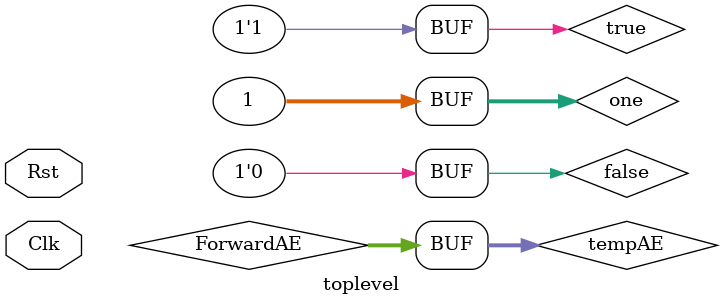
<source format=v>
`timescale 1ns / 1ps



module toplevel#(parameter DW = 32)(input Clk, Rst);


reg [31:0] one = 32'h1;
reg true = 1'b1;
reg false = 1'b0;
wire [DW-1:0]   PCNext, 
                PCF, 
                PCPlus1F, PCPlus1D, 
                InstrF, InstrD, 
                SignImmD, SignImmE,
                PCBranchD,
                M2Out, M3Out, 
                
                WriteDataE, WriteDataM, 
                ALUOutM, ALUOutE, ALUOutW,
                R1DOut, R2DOut,  
                ResultW,
                SrcAE, SrcBE,
                DMReadOut,
                ReadDataW, 
                RFRD1Out, RFRD2Out;
                
wire [4:0] WriteRegE, WriteRegM, WriteRegW, RsE, RtE, RdE,  RsD, RtD, RtF, shamtD, shamtE;               
                
wire    ForwardAD, ForwardBD, 
        StallF, StallD, 
        PCSrcD, 
        BranchD,
        FlushE,
        EqualD,
        RegDstD, RegDstE,
        ALUSrcD, ALUSrcE,
        MemWriteD, MemWriteE, MemWriteM,
        MemToRegD, MemToRegE, MemToRegM,MemToRegW,
        RegWriteD, RegWriteE, RegWriteM,RegWriteW;
        
        
        
wire [1:0] ForwardAE, ForwardBE, tempAE;                   
wire [2:0] ALUControlD, ALUControlE;

assign tempAE = ForwardAE;
assign shamtD = InstrD[10:6];
assign RsD = InstrD[25:21];
assign RtD = InstrD[20:16];
assign RtF = InstrF[20:16];
assign PCSrcD = EqualD && BranchD;


ControlUnit         CUDUT(.Opcode(InstrD[31:26]), .Funct(InstrD[5:0]),
                             .RFWE(RegWriteD), .DMWE(MemWriteD), 
                          .ALUMUXInSel(ALUSrcD), .MtoRFSel(MemToRegD), .RFDSelIN(RegDstD),
                           .Branch(BranchD),  .ALUControlD(ALUControlD));

ProgramCounter      PCDUT(.Clk(Clk), .PCReset(Rst), .PCWrite(!(StallF)), 
                    .PCNext(PCNext), .PCResult(PCF));
                        
InstructionMemory   IMDUT(.Addr(PCF), .Instr(InstrF));

Adder               Adder1DUT(.AddIn1(PCF), .AddIn2(one), .AddOut(PCPlus1F));

Adder               Adder2DUT(.AddIn1(SignImmD), .AddIn2(PCPlus1D), .AddOut(PCBranchD));                    


RegisterPLP            RegInstrFDUT(.Clk(Clk), .Rst(PCSrcD), .En(!(StallD)), 
                    .Din(InstrF), .Dout(InstrD));
                    
RegisterPLP            RegPCPlus1FDUT(.Clk(Clk), .Rst(PCSrcD), .En(!(StallD)),
                    .Din(PCPlus1F), .Dout(PCPlus1D));

RegisterPLP            R1_UUT(.Clk(Clk), .Rst(FlushE), .En(true), 
                    .Din(RFRD1Out), .Dout(R1DOut));
RegisterPLP            R2_UUT(.Clk(Clk), .Rst(FlushE), .En(true), 
                    .Din(RFRD2Out), .Dout(R2DOut));
RegisterPLP            #(5)R3_UUT(.Clk(Clk), .Rst(FlushE), .En(true), 
                    .Din(InstrD[25:21]), .Dout(RsE));
RegisterPLP            #(5)R14_UUT(.Clk(Clk), .Rst(FlushE), .En(true), 
                    .Din(shamtD), .Dout(shamtE));                    
RegisterPLP            #(5)R4_UUT(.Clk(Clk), .Rst(FlushE), .En(true), 
                    .Din(InstrD[20:16]), .Dout(RtE));  
RegisterPLP            #(5)R5_UUT(.Clk(Clk), .Rst(FlushE), .En(true), 
                    .Din(InstrD[15:11]), .Dout(RdE)); 
                    
RegisterPLP            R6_UUT(.Clk(Clk), .Rst(FlushE), .En(true), 
                    .Din(SignImmD), .Dout(SignImmE));
                    
RegisterPLP            R7_UUT(.Clk(Clk), .En(true), 
                    .Din(ALUOutE), .Dout(ALUOutM));
                    
RegisterPLP            R8_UUT(.Clk(Clk), .En(true), 
                    .Din(WriteDataE), .Dout(WriteDataM));
                    
RegisterPLP            R10_UUT(.Clk(Clk), .En(true), 
                    .Din(DMReadOut), .Dout(ReadDataW));                      

RegisterPLP            R11_UUT(.Clk(Clk), .En(true), 
                    .Din(ALUOutM), .Dout(ALUOutW)); 
                                     
RegisterPLP            #(5)R9_UUT(.Clk(Clk), .En(true), 
                    .Din(WriteRegE), .Dout(WriteRegM)); 
                    
RegisterPLP            #(5)R12_UUT(.Clk(Clk), .En(true), 
                    .Din(WriteRegM), .Dout(WriteRegW));                    

RegisterPLP            #(3)R13_UUT(.Clk(Clk), .En(true), .Rst(FlushE), 
                    .Din(ALUControlD), .Dout(ALUControlE));                  

RegGroup6           #(1)ControlRegW(.Clk(Clk), .En(true), .Din1(RegWriteM), .Din2(MemToRegM),
                                    .Dout1(RegWriteW), .Dout2(MemToRegW));

RegGroup6           #(1)ControlRegE(.Clk(Clk), .Rst(FlushE), .En(true), 
                                .Din1(RegWriteD), .Din2(MemToRegD), .Din3(MemWriteD), .Din4(ALUSrcD), 
                                .Din5(RegDstD),
                                .Dout1(RegWriteE), .Dout2(MemToRegE), .Dout3(MemWriteE), .Dout4(ALUSrcE), 
                                .Dout5(RegDstE)) ;

RegGroup6           #(1)ControlRegM(.Clk(Clk), .En(true), .Din1(RegWriteE), .Din2(MemToRegE), .Din3(MemWriteE),
                                    .Dout1(RegWriteM), .Dout2(MemToRegM), .Dout3(MemWriteM));

Equivalator         EQUDUT(.In1(M3Out), .In2(M2Out), .Equal(EqualD));                    
                                                                                
Mux2to1             M1DUT(.In1(PCPlus1F), .In2(PCBranchD), .Sel(PCSrcD), .MuxOut(PCNext));

Mux2to1             M2DUT(.In1(RFRD1Out), .In2(ALUOutM), .Sel(ForwardAD), .MuxOut(M2Out));

Mux2to1             M3DUT(.In1(RFRD2Out), .In2(ALUOutM), .Sel(ForwardBD), .MuxOut(M3Out));

Mux2to1             #(5)M4DUT(.In1(RtE), .In2(RdE), .Sel(RegDstE), .MuxOut(WriteRegE));

Mux2to1             M7DUT(.In1(WriteDataE), .In2(SignImmE), .Sel(ALUSrcE), .MuxOut(SrcBE));

Mux2to1             M8DUT(.In1(ALUOutW), .In2(ReadDataW), .Sel(MemToRegW), .MuxOut(ResultW));

Mux3to1             M5DUT(.In1(R1DOut), .In2(ResultW), .In3(ALUOutM), .MuxOut(SrcAE), .Sel(ForwardAE));

Mux3to1             M6DUT(.In1(R2DOut), .In2(ResultW), .In3(ALUOutM), .MuxOut(WriteDataE), .Sel(ForwardBE));

ALU                 ALUDUT(.ALUIn1(SrcAE), .ALUIn2(SrcBE), .ALUSel(ALUControlE), .Shamt(shamtE), .ALUOut(ALUOutE));

SImm                SImmDUT(.IN(InstrD[15:0]), .OUT(SignImmD));

RegisterFile        RFDUT(.Clk(!(Clk)), .RFWE(RegWriteW), .RFRA1(InstrD[25:21]), .RFRA2(RtD), 
                    .RFWA(WriteRegW), .RFWD(ResultW), .RFRD1(RFRD1Out), .RFRD2(RFRD2Out));

DataMemory          DMDUT(.Clk(Clk), .DMWE(MemWriteM), .DMA(ALUOutM), .DMWD(WriteDataM), .DMRD(DMReadOut));                    

HazardUnit          HUDUT (.RsD(RsD), .Clk(Clk),  .RsE(RsE), .RtE(RtE), .RtD(RtD), .WriteRegE(WriteRegE),
                        .WriteRegM(WriteRegM), .WriteRegW(WriteRegW), .BranchD(BranchD),
                        .MemToRegE(MemToRegE), .StallF(StallF), .StallD(StallD), .ForwardAD(ForwardAD), 
                        .ForwardBD(ForwardBD), .ForwardAE(ForwardAE),  .ForwardBE(ForwardBE),
                        .FlushE(FlushE), .RegWriteE(RegWriteE), 
                        .MemToRegM(MemToRegM), .RegWriteM(RegWriteM), .RegWriteW(RegWriteW));                   
                    
endmodule

</source>
